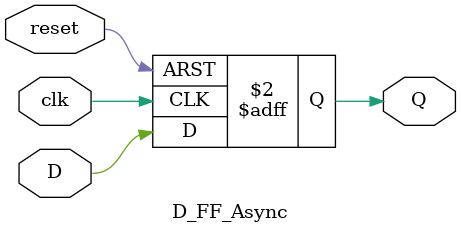
<source format=v>
module D_FF_Async (
    input D,         
    input clk,       
    input reset,     
    output reg Q          
);

always @(posedge clk or posedge reset) begin
    if (reset) 
        Q <= 1'b0;        
    else 
        Q <= D;           
end

endmodule

</source>
